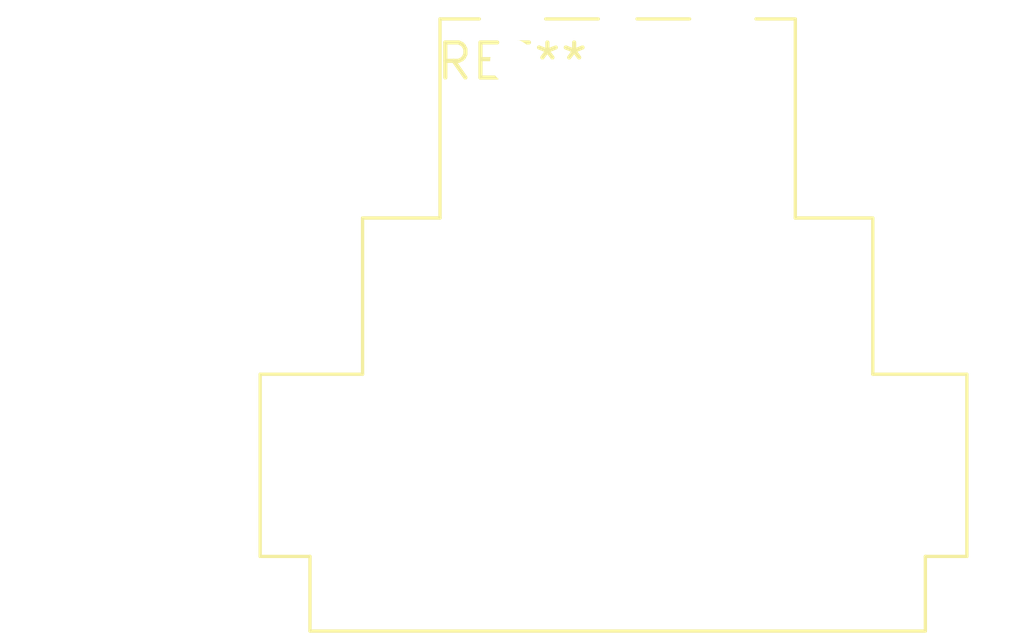
<source format=kicad_pcb>
(kicad_pcb (version 20240108) (generator pcbnew)
  (layers (0 "F.Cu" signal) (31 "B.Cu" signal) (34 "B.Paste" user) (35 "F.Paste" user) (36 "B.SilkS" user "B.Silkscreen") (37 "F.SilkS" user "F.Silkscreen") (38 "B.Mask" user) (39 "F.Mask" user) (44 "Edge.Cuts" user))
  (net 0 "")
  (footprint "Jack_XLR_Neutrik_NC3MAAH_Horizontal" (layer "F.Cu") (at 0 0)
    (property "Reference" "REF**")
    (property "Value" "Jack_XLR_Neutrik_NC3MAAH_Horizontal")
    (fp_line (start -9.11 11.31) (end -5.41 11.31) (layer "F.SilkS") (stroke (width 0.12)))
    (fp_line (start -9.11 17.9) (end -9.11 11.31) (layer "F.SilkS") (stroke (width 0.12)))
    (fp_line (start -7.31 17.9) (end -9.11 17.9) (layer "F.SilkS") (stroke (width 0.12)))
    (fp_line (start -7.31 17.9) (end -7.31 20.6) (layer "F.SilkS") (stroke (width 0.12)))
    (fp_line (start -5.41 11.31) (end -5.41 5.66) (layer "F.SilkS") (stroke (width 0.12)))
    (fp_line (start -2.61 5.66) (end -5.41 5.66) (layer "F.SilkS") (stroke (width 0.12)))
    (fp_line (start -2.61 5.66) (end -2.61 -1.54) (layer "F.SilkS") (stroke (width 0.12)))
    (fp_line (start -1.19 -1.54) (end -2.61 -1.54) (layer "F.SilkS") (stroke (width 0.12)))
    (fp_line (start 3.11 -1.54) (end 1.21 -1.54) (layer "F.SilkS") (stroke (width 0.12)))
    (fp_line (start 4.51 -1.54) (end 6.41 -1.54) (layer "F.SilkS") (stroke (width 0.12)))
    (fp_line (start 10.23 -1.54) (end 8.81 -1.54) (layer "F.SilkS") (stroke (width 0.12)))
    (fp_line (start 10.23 5.66) (end 10.23 -1.54) (layer "F.SilkS") (stroke (width 0.12)))
    (fp_line (start 10.23 5.66) (end 13.03 5.66) (layer "F.SilkS") (stroke (width 0.12)))
    (fp_line (start 13.03 11.31) (end 13.03 5.66) (layer "F.SilkS") (stroke (width 0.12)))
    (fp_line (start 13.03 11.31) (end 16.43 11.31) (layer "F.SilkS") (stroke (width 0.12)))
    (fp_line (start 14.93 17.9) (end 14.93 20.6) (layer "F.SilkS") (stroke (width 0.12)))
    (fp_line (start 14.93 20.6) (end -7.31 20.6) (layer "F.SilkS") (stroke (width 0.12)))
    (fp_line (start 16.43 17.9) (end 14.93 17.9) (layer "F.SilkS") (stroke (width 0.12)))
    (fp_line (start 16.43 17.9) (end 16.43 11.31) (layer "F.SilkS") (stroke (width 0.12)))
    (pad "" np_thru_hole circle (at 0 8.89) (size 1.6 1.6) (drill 1.6) (layers *.Cu *.Mask))
    (pad "" np_thru_hole circle (at 7.62 13.97) (size 1.6 1.6) (drill 1.6) (layers *.Cu *.Mask))
    (pad "1" thru_hole circle (at 0 0) (size 3.4 3.4) (drill 1.6) (layers *.Cu *.Mask) (remove_unused_layers))
    (pad "2" thru_hole circle (at 7.62 0) (size 3.4 3.4) (drill 1.6) (layers *.Cu *.Mask) (remove_unused_layers))
    (pad "3" thru_hole circle (at 3.81 0) (size 2.9 2.9) (drill 1.2) (layers *.Cu *.Mask) (remove_unused_layers))
    (pad "G" thru_hole circle (at 3.81 5.08) (size 2.9 2.9) (drill 1.2) (layers *.Cu *.Mask) (remove_unused_layers))
  )
)
</source>
